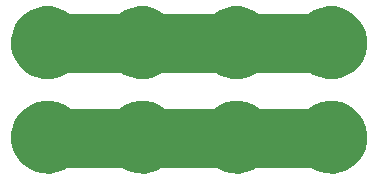
<source format=gbs>
%TF.GenerationSoftware,KiCad,Pcbnew,4.0.5-e0-6337~49~ubuntu16.04.1*%
%TF.CreationDate,2017-01-17T11:54:28-08:00*%
%TF.ProjectId,2x2-12mm-Square-SMT-Pushbutton,3278322D31326D6D2D5371756172652D,v1.0*%
%TF.FileFunction,Soldermask,Bot*%
%FSLAX46Y46*%
G04 Gerber Fmt 4.6, Leading zero omitted, Abs format (unit mm)*
G04 Created by KiCad (PCBNEW 4.0.5-e0-6337~49~ubuntu16.04.1) date Tue Jan 17 11:54:28 2017*
%MOMM*%
%LPD*%
G01*
G04 APERTURE LIST*
%ADD10C,0.350000*%
%ADD11C,5.000000*%
G04 APERTURE END LIST*
D10*
D11*
X152654000Y-102997000D02*
X128524000Y-102997000D01*
X152654000Y-94996000D02*
X128524000Y-94996000D01*
D10*
G36*
X128913610Y-99859347D02*
X129504555Y-99980651D01*
X130060698Y-100214432D01*
X130560834Y-100551778D01*
X130985921Y-100979843D01*
X131319766Y-101482321D01*
X131549656Y-102040076D01*
X131666764Y-102631514D01*
X131666764Y-102631524D01*
X131666831Y-102631863D01*
X131657210Y-103320916D01*
X131657133Y-103321254D01*
X131657133Y-103321262D01*
X131523557Y-103909201D01*
X131278185Y-104460316D01*
X130930437Y-104953278D01*
X130493562Y-105369309D01*
X129984200Y-105692561D01*
X129421754Y-105910719D01*
X128827647Y-106015476D01*
X128224503Y-106002842D01*
X127635300Y-105873297D01*
X127082482Y-105631777D01*
X126587107Y-105287482D01*
X126168037Y-104853523D01*
X125841238Y-104346430D01*
X125619156Y-103785514D01*
X125510255Y-103192158D01*
X125518677Y-102588941D01*
X125644106Y-101998847D01*
X125881759Y-101444358D01*
X126222591Y-100946588D01*
X126653612Y-100524500D01*
X127158413Y-100194168D01*
X127717759Y-99968177D01*
X128310345Y-99855136D01*
X128913610Y-99859347D01*
X128913610Y-99859347D01*
G37*
G36*
X136913610Y-99859347D02*
X137504555Y-99980651D01*
X138060698Y-100214432D01*
X138560834Y-100551778D01*
X138985921Y-100979843D01*
X139319766Y-101482321D01*
X139549656Y-102040076D01*
X139666764Y-102631514D01*
X139666764Y-102631524D01*
X139666831Y-102631863D01*
X139657210Y-103320916D01*
X139657133Y-103321254D01*
X139657133Y-103321262D01*
X139523557Y-103909201D01*
X139278185Y-104460316D01*
X138930437Y-104953278D01*
X138493562Y-105369309D01*
X137984200Y-105692561D01*
X137421754Y-105910719D01*
X136827647Y-106015476D01*
X136224503Y-106002842D01*
X135635300Y-105873297D01*
X135082482Y-105631777D01*
X134587107Y-105287482D01*
X134168037Y-104853523D01*
X133841238Y-104346430D01*
X133619156Y-103785514D01*
X133510255Y-103192158D01*
X133518677Y-102588941D01*
X133644106Y-101998847D01*
X133881759Y-101444358D01*
X134222591Y-100946588D01*
X134653612Y-100524500D01*
X135158413Y-100194168D01*
X135717759Y-99968177D01*
X136310345Y-99855136D01*
X136913610Y-99859347D01*
X136913610Y-99859347D01*
G37*
G36*
X144913610Y-99859347D02*
X145504555Y-99980651D01*
X146060698Y-100214432D01*
X146560834Y-100551778D01*
X146985921Y-100979843D01*
X147319766Y-101482321D01*
X147549656Y-102040076D01*
X147666764Y-102631514D01*
X147666764Y-102631524D01*
X147666831Y-102631863D01*
X147657210Y-103320916D01*
X147657133Y-103321254D01*
X147657133Y-103321262D01*
X147523557Y-103909201D01*
X147278185Y-104460316D01*
X146930437Y-104953278D01*
X146493562Y-105369309D01*
X145984200Y-105692561D01*
X145421754Y-105910719D01*
X144827647Y-106015476D01*
X144224503Y-106002842D01*
X143635300Y-105873297D01*
X143082482Y-105631777D01*
X142587107Y-105287482D01*
X142168037Y-104853523D01*
X141841238Y-104346430D01*
X141619156Y-103785514D01*
X141510255Y-103192158D01*
X141518677Y-102588941D01*
X141644106Y-101998847D01*
X141881759Y-101444358D01*
X142222591Y-100946588D01*
X142653612Y-100524500D01*
X143158413Y-100194168D01*
X143717759Y-99968177D01*
X144310345Y-99855136D01*
X144913610Y-99859347D01*
X144913610Y-99859347D01*
G37*
G36*
X152913610Y-99859347D02*
X153504555Y-99980651D01*
X154060698Y-100214432D01*
X154560834Y-100551778D01*
X154985921Y-100979843D01*
X155319766Y-101482321D01*
X155549656Y-102040076D01*
X155666764Y-102631514D01*
X155666764Y-102631524D01*
X155666831Y-102631863D01*
X155657210Y-103320916D01*
X155657133Y-103321254D01*
X155657133Y-103321262D01*
X155523557Y-103909201D01*
X155278185Y-104460316D01*
X154930437Y-104953278D01*
X154493562Y-105369309D01*
X153984200Y-105692561D01*
X153421754Y-105910719D01*
X152827647Y-106015476D01*
X152224503Y-106002842D01*
X151635300Y-105873297D01*
X151082482Y-105631777D01*
X150587107Y-105287482D01*
X150168037Y-104853523D01*
X149841238Y-104346430D01*
X149619156Y-103785514D01*
X149510255Y-103192158D01*
X149518677Y-102588941D01*
X149644106Y-101998847D01*
X149881759Y-101444358D01*
X150222591Y-100946588D01*
X150653612Y-100524500D01*
X151158413Y-100194168D01*
X151717759Y-99968177D01*
X152310345Y-99855136D01*
X152913610Y-99859347D01*
X152913610Y-99859347D01*
G37*
G36*
X128913610Y-91859347D02*
X129504555Y-91980651D01*
X130060698Y-92214432D01*
X130560834Y-92551778D01*
X130985921Y-92979843D01*
X131319766Y-93482321D01*
X131549656Y-94040076D01*
X131666764Y-94631514D01*
X131666764Y-94631524D01*
X131666831Y-94631863D01*
X131657210Y-95320916D01*
X131657133Y-95321254D01*
X131657133Y-95321262D01*
X131523557Y-95909201D01*
X131278185Y-96460316D01*
X130930437Y-96953278D01*
X130493562Y-97369309D01*
X129984200Y-97692561D01*
X129421754Y-97910719D01*
X128827647Y-98015476D01*
X128224503Y-98002842D01*
X127635300Y-97873297D01*
X127082482Y-97631777D01*
X126587107Y-97287482D01*
X126168037Y-96853523D01*
X125841238Y-96346430D01*
X125619156Y-95785514D01*
X125510255Y-95192158D01*
X125518677Y-94588941D01*
X125644106Y-93998847D01*
X125881759Y-93444358D01*
X126222591Y-92946588D01*
X126653612Y-92524500D01*
X127158413Y-92194168D01*
X127717759Y-91968177D01*
X128310345Y-91855136D01*
X128913610Y-91859347D01*
X128913610Y-91859347D01*
G37*
G36*
X136913610Y-91859347D02*
X137504555Y-91980651D01*
X138060698Y-92214432D01*
X138560834Y-92551778D01*
X138985921Y-92979843D01*
X139319766Y-93482321D01*
X139549656Y-94040076D01*
X139666764Y-94631514D01*
X139666764Y-94631524D01*
X139666831Y-94631863D01*
X139657210Y-95320916D01*
X139657133Y-95321254D01*
X139657133Y-95321262D01*
X139523557Y-95909201D01*
X139278185Y-96460316D01*
X138930437Y-96953278D01*
X138493562Y-97369309D01*
X137984200Y-97692561D01*
X137421754Y-97910719D01*
X136827647Y-98015476D01*
X136224503Y-98002842D01*
X135635300Y-97873297D01*
X135082482Y-97631777D01*
X134587107Y-97287482D01*
X134168037Y-96853523D01*
X133841238Y-96346430D01*
X133619156Y-95785514D01*
X133510255Y-95192158D01*
X133518677Y-94588941D01*
X133644106Y-93998847D01*
X133881759Y-93444358D01*
X134222591Y-92946588D01*
X134653612Y-92524500D01*
X135158413Y-92194168D01*
X135717759Y-91968177D01*
X136310345Y-91855136D01*
X136913610Y-91859347D01*
X136913610Y-91859347D01*
G37*
G36*
X144913610Y-91859347D02*
X145504555Y-91980651D01*
X146060698Y-92214432D01*
X146560834Y-92551778D01*
X146985921Y-92979843D01*
X147319766Y-93482321D01*
X147549656Y-94040076D01*
X147666764Y-94631514D01*
X147666764Y-94631524D01*
X147666831Y-94631863D01*
X147657210Y-95320916D01*
X147657133Y-95321254D01*
X147657133Y-95321262D01*
X147523557Y-95909201D01*
X147278185Y-96460316D01*
X146930437Y-96953278D01*
X146493562Y-97369309D01*
X145984200Y-97692561D01*
X145421754Y-97910719D01*
X144827647Y-98015476D01*
X144224503Y-98002842D01*
X143635300Y-97873297D01*
X143082482Y-97631777D01*
X142587107Y-97287482D01*
X142168037Y-96853523D01*
X141841238Y-96346430D01*
X141619156Y-95785514D01*
X141510255Y-95192158D01*
X141518677Y-94588941D01*
X141644106Y-93998847D01*
X141881759Y-93444358D01*
X142222591Y-92946588D01*
X142653612Y-92524500D01*
X143158413Y-92194168D01*
X143717759Y-91968177D01*
X144310345Y-91855136D01*
X144913610Y-91859347D01*
X144913610Y-91859347D01*
G37*
G36*
X152913610Y-91859347D02*
X153504555Y-91980651D01*
X154060698Y-92214432D01*
X154560834Y-92551778D01*
X154985921Y-92979843D01*
X155319766Y-93482321D01*
X155549656Y-94040076D01*
X155666764Y-94631514D01*
X155666764Y-94631524D01*
X155666831Y-94631863D01*
X155657210Y-95320916D01*
X155657133Y-95321254D01*
X155657133Y-95321262D01*
X155523557Y-95909201D01*
X155278185Y-96460316D01*
X154930437Y-96953278D01*
X154493562Y-97369309D01*
X153984200Y-97692561D01*
X153421754Y-97910719D01*
X152827647Y-98015476D01*
X152224503Y-98002842D01*
X151635300Y-97873297D01*
X151082482Y-97631777D01*
X150587107Y-97287482D01*
X150168037Y-96853523D01*
X149841238Y-96346430D01*
X149619156Y-95785514D01*
X149510255Y-95192158D01*
X149518677Y-94588941D01*
X149644106Y-93998847D01*
X149881759Y-93444358D01*
X150222591Y-92946588D01*
X150653612Y-92524500D01*
X151158413Y-92194168D01*
X151717759Y-91968177D01*
X152310345Y-91855136D01*
X152913610Y-91859347D01*
X152913610Y-91859347D01*
G37*
M02*

</source>
